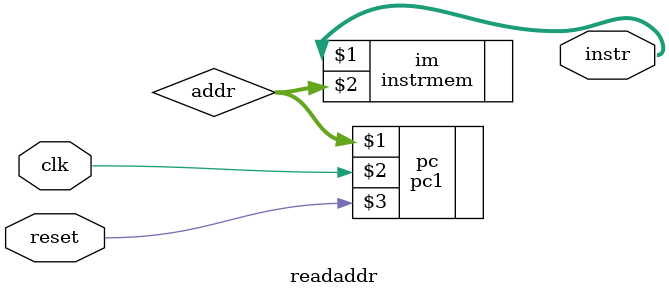
<source format=v>
`include "pc.v"
`include "instrmem.v"
module readaddr(
    output [31:0] instr,
    input clk,reset
);
reg [4:0] addr;
pc1 pc(addr,clk,reset);
instrmem im(instr,addr);



endmodule
</source>
